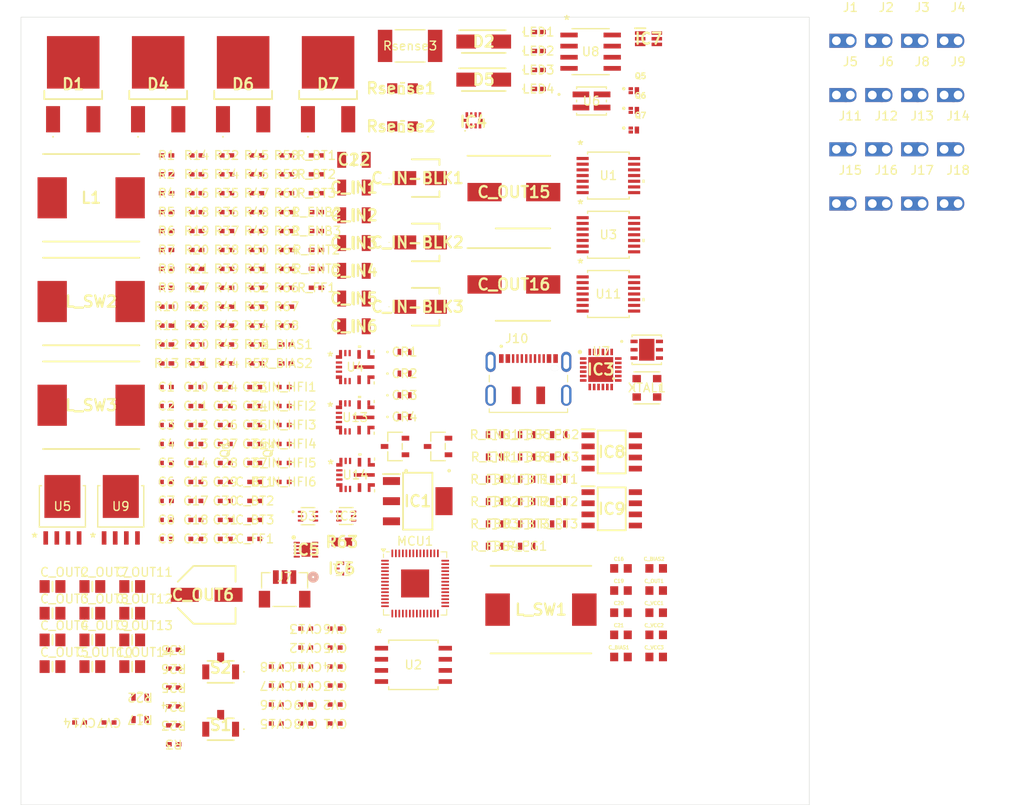
<source format=kicad_pcb>
(kicad_pcb (version 20241229) (generator "pcbnew") (generator_version "9.0")
  (layers (0 "F.Cu" signal) (4 "In1.Cu" signal) (6 "In2.Cu" signal) (8 "In3.Cu" signal) (10 "In4.Cu" signal) (2 "B.Cu" signal) (13 "F.Paste" user) (15 "B.Paste" user) (5 "F.SilkS" user "F.Silkscreen") (7 "B.SilkS" user "B.Silkscreen") (1 "F.Mask" user) (3 "B.Mask" user) (25 "Edge.Cuts" user))
  (net 0 "")
  (net 1 "Net-(U1-T-)")
  (net 2 "Net-(U1-T+)")
  (net 3 "GND")
  (net 4 "+3.3V")
  (net 5 "Net-(U3-T-)")
  (net 6 "Net-(U3-T+)")
  (net 7 "+5V")
  (net 8 "VBAT")
  (net 9 "Net-(U11-T-)")
  (net 10 "Net-(U11-T+)")
  (net 11 "/8.4V_Sense")
  (net 12 "Net-(IC3-VCCD)")
  (net 13 "Net-(D2-A)")
  (net 14 "/VBUS_IN")
  (net 15 "VBUS")
  (net 16 "/12V_Sense")
  (net 17 "/AIN0")
  (net 18 "/AIN1")
  (net 19 "/AIN2")
  (net 20 "/ADC RDY")
  (net 21 "Net-(IC6-EN)")
  (net 22 "/5V_Sense")
  (net 23 "Net-(CR1-Pad1)")
  (net 24 "Net-(CR2-Pad1)")
  (net 25 "+8.4V")
  (net 26 "Net-(CR3-Pad1)")
  (net 27 "+12V")
  (net 28 "Net-(CR4-Pad1)")
  (net 29 "Net-(MCU1-RUN)")
  (net 30 "Net-(MCU1-VREG_VOUT)")
  (net 31 "Net-(U4-BIAS)")
  (net 32 "Net-(U13-BIAS)")
  (net 33 "Net-(U14-CBOOT)")
  (net 34 "Net-(U14-SW)")
  (net 35 "Net-(U4-CBOOT)")
  (net 36 "Net-(U4-SW)")
  (net 37 "Net-(U13-CBOOT)")
  (net 38 "Net-(U13-SW)")
  (net 39 "Net-(U13-FB)")
  (net 40 "Net-(C_FF1-Pad1)")
  (net 41 "Net-(C_OUT1-Pad1)")
  (net 42 "Net-(C_OUT10-Pad1)")
  (net 43 "Net-(D5-A)")
  (net 44 "/DC.DC1 VCC")
  (net 45 "/DC.DC2 VCC")
  (net 46 "/DC.DC3 VCC")
  (net 47 "/I_Sense2+")
  (net 48 "Net-(D2-K)")
  (net 49 "Net-(D3-IO3)")
  (net 50 "USB_DP")
  (net 51 "USB_DM")
  (net 52 "Net-(D3-IO1)")
  (net 53 "/Purge Valve Drive")
  (net 54 "/I_Sense3+")
  (net 55 "/I_Sense1+")
  (net 56 "/Main Solenoid Valve")
  (net 57 "Net-(IC1-IOUT)")
  (net 58 "Net-(IC1-REXT)")
  (net 59 "Net-(IC1-VEN)")
  (net 60 "/Status Green")
  (net 61 "Net-(IC2-E1)")
  (net 62 "/Status Red")
  (net 63 "Net-(IC2-E2)")
  (net 64 "Net-(IC3-VBUS_MAX)")
  (net 67 "Net-(IC3-ISNK_FINE)")
  (net 68 "Net-(IC3-VBUS_MIN)")
  (net 69 "/SDA I2C")
  (net 73 "/USB-C PD ~{INT}")
  (net 74 "/SDL I2C")
  (net 75 "Net-(IC3-VBUS_FET_EN)")
  (net 76 "Net-(IC3-SAFE_PWR_EN)")
  (net 77 "Net-(IC3-FLIP)")
  (net 78 "Net-(IC4-SDA)")
  (net 79 "Net-(IC4-SCL)")
  (net 80 "Net-(IC4-ALERT{slash}RDY)")
  (net 81 "Net-(IC5-OUT1)")
  (net 82 "Net-(IC5-OUT2)")
  (net 83 "Net-(IC5-REF1)")
  (net 84 "/SCL I2C")
  (net 85 "Net-(IC7-OUT)")
  (net 86 "Net-(IC7-REF)")
  (net 87 "Net-(IC9-G1)")
  (net 88 "Net-(IC9-S1)")
  (net 89 "/THERMO1 T+")
  (net 90 "/THERMO1 T-")
  (net 91 "/THERMO2 T+")
  (net 92 "/THERMO2 T-")
  (net 93 "/THERMO3 T+")
  (net 94 "/THERMO3 T-")
  (net 95 "Net-(J7-Pad3)")
  (net 96 "Net-(J7-Pad1)")
  (net 97 "/RS_B")
  (net 98 "/RS_A")
  (net 107 "/Main Servo Valve")
  (net 108 "/PRESS_SENSE")
  (net 109 "Net-(LED1-Pad1)")
  (net 110 "Net-(LED2-Pad1)")
  (net 111 "Net-(LED3-Pad1)")
  (net 112 "/RP2040 Standard/MCU QSPI_SS")
  (net 113 "/Solenoid Valve Enable")
  (net 114 "Net-(MCU1-SWCLK)")
  (net 115 "/RS_TX")
  (net 116 "Net-(MCU1-USB_DM)")
  (net 117 "/RP2040 Standard/Crystal")
  (net 118 "/RS_ENABLE")
  (net 119 "/THERMO1_~{FAULT}")
  (net 120 "/THERMO1_~{DRDY}")
  (net 121 "/RP2040 Standard/MCU QSPI_SD0")
  (net 122 "/THERMO3_~{FAULT}")
  (net 123 "/SPI_MISO")
  (net 124 "/RP2040 Standard/MCU QSPI_SCLK")
  (net 125 "Net-(MCU1-USB_DP)")
  (net 126 "/RS_RX")
  (net 127 "/Purge Valve Enable")
  (net 128 "/RP2040 Standard/MCU QSPI_SD2")
  (net 129 "/SPI_MOSI")
  (net 130 "/THERMO3_~{DRDY}")
  (net 131 "/DC.DC1 PGOOD")
  (net 132 "/DC.DC2 PGOOD")
  (net 133 "/THERMO1_~{CS}")
  (net 134 "/RP2040 Standard/MCU QSPI_SD3")
  (net 135 "/SPI_SCK")
  (net 136 "/THERMO2_~{CS}")
  (net 137 "/THERMO2_~{FAULT}")
  (net 138 "/RP2040 Standard/MCU QSPI_SD1")
  (net 139 "/DC.DC3 PGOOD")
  (net 141 "/THERMO2_~{DRDY}")
  (net 142 "/THERMO3_~{CS}")
  (net 143 "Net-(MCU1-SWD)")
  (net 144 "/Servo Valve PWM")
  (net 145 "Net-(Q5-Pad2)")
  (net 146 "Net-(Q6-Pad2)")
  (net 147 "Net-(Q7-Pad2)")
  (net 148 "/TEMP SENSE +")
  (net 149 "/TEMP SENSE -")
  (net 150 "/RP2040 Standard/~{RST}")
  (net 151 "Net-(XTAL1-TRI-STATE(STBY))")
  (net 152 "/RP2040 Standard/~{USB_BOOT}")
  (net 153 "Net-(U6-A_Green)")
  (net 154 "Net-(U6-A_Red)")
  (net 155 "Net-(U14-RBOOT)")
  (net 156 "Net-(U4-RBOOT)")
  (net 157 "Net-(U13-RBOOT)")
  (net 158 "Net-(U14-EN{slash}SYNC)")
  (net 159 "Net-(U4-EN{slash}SYNC)")
  (net 160 "Net-(U13-EN{slash}SYNC)")
  (net 161 "Net-(R_FBB1-Pad2)")
  (net 162 "Net-(U14-FB)")
  (net 163 "Net-(R_FBB3-Pad2)")
  (net 164 "Net-(U4-FB)")
  (net 165 "Net-(R_FBB5-Pad2)")
  (net 166 "Net-(U14-RT)")
  (net 167 "Net-(U4-RT)")
  (net 168 "Net-(U13-RT)")
  (footprint "Resistor-0402:RES_0402" (layer "F.Cu") (at 130.312191 84.9596)
    (property "Reference" "R_BIAS2")
    (property "Value" "5")
  )
  (footprint "USBC-PD_CYPD3177:QFN50P400X400X60-25N-D" (layer "F.Cu") (at 166.195 85.655)
    (property "Reference" "IC3")
    (property "Value" "CYPD3177-24LQXQT" (hide yes))
  )
  (footprint "Resistor-0402:RES_0402" (layer "F.Cu") (at 130.312191 71.9972)
    (property "Reference" "R64")
    (property "Value" "100")
  )
  (footprint "Resistor-0402:RES_0402" (layer "F.Cu") (at 123.468995 67.6764)
    (property "Reference" "R36")
    (property "Value" "2k")
  )
  (footprint "Pico_Conn1x1:Pico_01pin" (layer "F.Cu") (at 194.6998 66.7)
    (property "Reference" "J15")
    (property "Value" "Conn_01x01_Socket")
  )
  (footprint "Capacitor-0805:Capacitor_0805" (layer "F.Cu") (at 112.7 110.45)
    (property "Reference" "C_OUT11")
    (property "Value" "22u")
  )
  (footprint "Capacitor-0402:Capacitor_0402" (layer "F.Cu") (at 126.6907 100.6684)
    (property "Reference" "C_BT2")
    (property "Value" "100n")
  )
  (footprint "Capacitor-0402:Capacitor_0402" (layer "F.Cu") (at 116.6041 100.6684)
    (property "Reference" "C7")
    (property "Value" "100n")
  )
  (footprint "Capacitor-0402:Capacitor_0402" (layer "F.Cu") (at 135.8715 121.7632 180)
    (property "Reference" "CV3")
    (property "Value" "1uF")
  )
  (footprint "Capacitor-0805:Capacitor_0805" (layer "F.Cu") (at 108.15 119.6)
    (property "Reference" "C_OUT10")
    (property "Value" "47u")
  )
  (footprint "Capacitor-1206:Capacitor_1206" (layer "F.Cu") (at 138.02 77.55)
    (property "Reference" "C_IN5")
    (property "Value" "4.7u" (hide yes))
  )
  (footprint "ADS1115:ADS1115IRUGR" (layer "F.Cu") (at 151.66 57.19)
    (property "Reference" "IC4")
    (property "Value" "ADS1115IRUGR" (hide yes))
  )
  (footprint "Resistor-0603:RES_0603" (layer "F.Cu") (at 154.0752 93.0997)
    (property "Reference" "R_ENB1")
    (property "Value" "100k")
  )
  (footprint "Resistor-0402:RES_0402" (layer "F.Cu") (at 117.439201 121.9886 180)
    (property "Reference" "R25")
    (property "Value" "1k")
  )
  (footprint "Resistor-0402:RES_0402" (layer "F.Cu") (at 116.625799 78.4784)
    (property "Reference" "R10")
    (property "Value" "370")
  )
  (footprint "Resistor-0402:RES_0402" (layer "F.Cu") (at 130.312191 82.7992)
    (property "Reference" "R_BIAS1")
    (property "Value" "5")
  )
  (footprint "Capacitor-0402:Capacitor_0402" (layer "F.Cu") (at 129.1471 123.9316 180)
    (property "Reference" "CV16")
    (property "Value" "1uF")
  )
  (footprint "Capacitor-0402:Capacitor_0402" (layer "F.Cu") (at 123.3285 96.3316)
    (property "Reference" "C28")
    (property "Value" "2.2u")
  )
  (footprint "Diode-Schottky_RSX301L:DIOM5026X220N" (layer "F.Cu") (at 152.835 48.19)
    (property "Reference" "D2")
    (property "Value" "RSX301L" (hide yes))
  )
  (footprint "Capacitor-0402:Capacitor_0402" (layer "F.Cu") (at 106.694599 125.9869 180)
    (property "Reference" "CV14")
    (property "Value" "4.7uF")
  )
  (footprint "Resistor-0402:RES_0402" (layer "F.Cu") (at 130.312191 67.6764)
    (property "Reference" "R61")
    (property "Value" "1k")
  )
  (footprint "Resistor-0402:RES_0402" (layer "F.Cu") (at 116.625799 71.9972)
    (property "Reference" "R7")
    (property "Value" "120")
  )
  (footprint "LED-Red_VLMS1500-GS08:LED_00-GS08_VIS_RED" (layer "F.Cu") (at 159.0765 53.6044)
    (property "Reference" "LED4")
    (property "Value" "VLMS1500-GS08")
  )
  (footprint "Capacitor-0402:Capacitor_0402" (layer "F.Cu") (at 123.3285 105.0052)
    (property "Reference" "C32")
    (property "Value" "1u")
  )
  (footprint "Resistor-0402:RES_0402" (layer "F.Cu") (at 126.890593 71.9972)
    (property "Reference" "R50")
    (property "Value" "50k")
  )
  (footprint "DCDC_LM61460:VQFN-HR14_RJR_TEX" (layer "F.Cu") (at 138.199999 97.7)
    (property "Reference" "U14")
    (property "Value" "LM61460AASQRJRRQ1")
  )
  (footprint "Resistor-0402:RES_0402" (layer "F.Cu") (at 116.625799 84.9596)
    (property "Reference" "R13")
    (property "Value" "10K")
  )
  (footprint "Resistor-0603:RES_0603" (layer "F.Cu") (at 161.396 98.1985)
    (property "Reference" "R_RT1")
    (property "Value" "33k2")
  )
  (footprint "TVS-SP3004:SOT563_LTF" (layer "F.Cu") (at 132.7729 102.4127)
    (property "Reference" "D3")
    (property "Value" "SP3004-04XTG")
  )
  (footprint "SQJA36EP-T1-GE3:PowerPAK_SO-8L_3_VIS" (layer "F.Cu") (at 111.395 101.2932)
    (property "Reference" "U9")
    (property "Value" "SQJA36EP-T1_GE3")
  )
  (footprint "Resistor-0402:RES_0402" (layer "F.Cu") (at 123.468995 74.1576)
    (property "Reference" "R39")
    (property "Value" "2k")
  )
  (footprint "Capacitor-4mm:Capacitor_4mm" (layer "F.Cu") (at 145.63 78.49)
    (property "Reference" "C_IN-BLK3")
    (property "Value" "10u" (hide yes))
  )
  (footprint "LED-Yellow_VLMY1300-GS08:LED_VISHAY_VLMX1300_VIS" (layer "F.Cu") (at 143.8 83.6536)
    (property "Reference" "CR1")
    (property "Value" "VLMY1300-GS08")
  )
  (footprint "Resistor-0603:RES_0603" (layer "F.Cu") (at 157.7356 100.7479)
    (property "Reference" "R_FBT2")
    (property "Value" "100K")
  )
  (footprint "LED-Red_VLMS1500-GS08:LED_00-GS08_VIS_RED" (layer "F.Cu") (at 159.0765 51.436)
    (property "Reference" "LED3")
    (property "Value" "VLMS1500-GS08")
  )
  (footprint "Capacitor-0402:Capacitor_0402" (layer "F.Cu") (at 126.6907 102.8368)
    (property "Reference" "C_BT3")
    (property "Value" "100n")
  )
  (footprint "PNP_BC857CMB_315:TRANS_PMZB550UNEYL" (layer "F.Cu") (at 169.975 58.3)
    (property "Reference" "Q7")
    (property "Value" "BC857CMB_315")
  )
  (footprint "Pico_Conn1x1:Pico_01pin" (layer "F.Cu") (at 202.9002 66.7)
    (property "Reference" "J17")
    (property "Value" "Conn_01x01_Socket")
  )
  (footprint "Capacitor-0402:Capacitor_0402" (layer "F.Cu") (at 119.9663 91.9948)
    (property "Reference" "C12")
    (property "Value" "10n")
  )
  (footprint "INA181A4QDCKRQ1:SOT65P210X110-6N" (layer "F.Cu") (at 171.65 47.865)
    (property "Reference" "IC7")
    (property "Value" "INA181A4QDCKRQ1" (hide yes))
  )
  (footprint "Capacitor-0402:Capacitor_0402" (layer "F.Cu") (at 123.3285 100.6684)
    (property "Reference" "C30")
    (property "Value" "470n")
  )
  (footprint "Resistor-0402:RES_0402" (layer "F.Cu") (at 123.468995 78.4784)
    (property "Reference" "R41")
    (property "Value" "2k")
  )
  (footprint "Capacitor-0402:Capacitor_0402" (layer "F.Cu") (at 116.6041 96.3316)
    (property "Reference" "C5")
    (property "Value" "100n")
  )
  (footprint "Capacitor-0402:Capacitor_0402" (layer "F.Cu") (at 123.3285 89.8264)
    (property "Reference" "C25")
    (property "Value" "2.2u")
  )
  (footprint "Resistor-0402:RES_0402" (layer "F.Cu") (at 126.890593 78.4784)
    (property "Reference" "R53")
    (property "Value" "1k")
  )
  (footprint "Capacitor-0402:Capacitor_0402" (layer "F.Cu") (at 135.8715 119.5948 180)
    (property "Reference" "CV4")
    (property "Value" "100nF")
  )
  (footprint "Capacitor-0402:Capacitor_0402" (layer "F.Cu") (at 123.3285 94.1632)
    (property "Reference" "C27")
    (property "Value" "100n")
  )
  (footprint "Resistor-0402:RES_0402" (layer "F.Cu") (at 133.733789 69.8368)
    (property "Reference" "R_ENB3")
    (property "Value" "45k3")
  )
  (footprint "Capacitor-0402:Capacitor_0402" (layer "F.Cu") (at 126.6907 105.0052)
    (property "Reference" "C_FF1")
    (property "Value" "22p")
  )
  (footprint "Capacitor-0402:Capacitor_0402" (layer "F.Cu") (at 116.6041 89.8264)
    (property "Reference" "C2")
    (property "Value" "10n")
  )
  (footprint "Capacitor-0402:Capacitor_0402" (layer "F.Cu") (at 110.056799 125.9869 180)
    (property "Reference" "CV7")
    (property "Value" "100nF")
  )
  (footprint "NMOS_2N7002:PG-SOT23-3-5_INF_MIN" (layer "F.Cu") (at 142.7062 94.449999 90)
    (property "Reference" "Q1")
    (property "Value" "2N7002H6327XTSA2")
  )
  (footprint "Capacitor-0402:Capacitor_0402" (layer "F.Cu") (at 119.9663 87.658)
    (property "Reference" "C10")
    (property "Value" "2.2u")
  )
  (footprint "Resistor-0603:RES_0603" (layer "F.Cu") (at 154.0752 98.1985)
    (property "Reference" "R_FBB1")
    (property "Value" "8k66")
  )
  (footprint "Resistor-0402:RES_0402" (layer "F.Cu") (at 123.468995 69.8368)
    (property "Reference" "R37")
    (property "Value" "95")
  )
  (footprint "Resistor-0402:RES_0402" (layer "F.Cu") (at 123.468995 82.7992)
    (property "Reference" "R43")
    (property "Value" "2k")
  )
  (footprint "Capacitor-0402:Capacitor_0402" (layer "F.Cu") (at 119.9663 96.3316)
    (property "Reference" "C14")
    (property "Value" "10n")
  )
  (footprint "Capacitor-0402:Capacitor_0402" (layer "F.Cu") (at 132.5093 117.4264 180)
    (property "Reference" "CV12")
    (property "Value" "100nF")
  )
  (footprint "Capacitor-8mm:Capacitor_8mm" (layer "F.Cu") (at 156.28 75.94)
    (property "Reference" "C_OUT16")
    (property "Value" "100u" (hide yes))
  )
  (footprint "Capacitor-0805:Capacitor_0805" (layer "F.Cu") (at 108.15 116.55)
    (property "Reference" "C_OUT9")
    (property "Value" "47u")
  )
  (footprint "Pico_Conn1x1:Pico_01pin" (layer "F.Cu") (at 207.0004 60.5)
    (property "Reference" "J14")
    (property "Value" "Conn_01x01_Socket")
  )
  (footprint "DCDC_LM61460:VQFN-HR14_RJR_TEX" (layer "F.Cu") (at 138.157599 91.129997)
    (property "Reference" "U13")
    (property "Value" "LM61460AASQRJRRQ1")
  )
  (footprint "Resistor-0805:RES_0805" (layer "F.Cu") (at 143.565 57.88)
    (property "Reference" "Rsense2")
    (property "Value" "2.5m" (hide yes))
  )
  (footprint "Resistor-0603:RES_0603" (layer "F.Cu") (at 161.396 93.0997)
    (property "Reference" "R_PG2")
    (property "Value" "100K")
  )
  (footprint "Capacitor-0402:Capacitor_0402" (layer "F.Cu") (at 119.9663 89.8264)
    (property "Reference" "C11")
    (property "Value" "100n")
  )
  (footprint "LDO ST1L05A:DFN_5APU33R_STM" (layer "F.Cu") (at 171.4478 83.4)
    (property "Reference" "U7")
    (property "Value" "ST1L05APU33R")
  )
  (footprint "Capacitor-1206:Capacitor_1206" (layer "F.Cu") (at 138.02 61.7)
    (property "Reference" "C22")
    (property "Value" "4.7u" (hide yes))
  )
  (footprint "Pico_Conn1x1:Pico_01pin" (layer "F.Cu") (at 207.0004 54.3)
    (property "Reference" "J9")
    (property "Value" "Conn_01x01_Socket")
  )
  (footprint "USBC-DX07S016JA1:JAE_DX07S016JA1R1500" (layer "F.Cu") (at 157.94 85.505)
    (property "Reference" "J10")
    (property "Value" "DX07S016JA1R1500")
    (fp_line (start 2.875 -0.315) (end 3.125 -0.315) (stroke (width 0.01)) (layer "Edge.Cuts"))
    (fp_line (start 3.125 0.315) (end 2.875 0.315) (stroke (width 0.01)) (layer "Edge.Cuts"))
    (fp_arc (start 2.56 0) (mid 2.652261 -0.222739) (end 2.875 -0.315) (stroke (width 0.01)) (layer "Edge.Cuts"))
    (fp_arc (start 2.875 0.315) (mid 2.652261 0.222739) (end 2.56 0) (stroke (width 0.01)) (layer "Edge.Cuts"))
    (fp_arc (start 3.125 -0.315) (mid 3.347739 -0.222739) (end 3.44 0) (stroke (width 0.01)) (layer "Edge.Cuts"))
    (fp_arc (start 3.44 0) (mid 3.347739 0.222739) (end 3.125 0.315) (stroke (width 0.01)) (layer "Edge.Cuts"))
  )
  (footprint "Capacitor-0402:Capacitor_0402" (layer "F.Cu") (at 135.8715 117.4264 180)
    (property "Reference" "CV5")
    (property "Value" "100nF")
  )
  (footprint "Capacitor-0402:Capacitor_0402" (layer "F.Cu") (at 135.8715 123.9316 180)
    (property "Reference" "CV2")
    (property "Value" "100nF")
  )
  (footprint "Resistor-0402:RES_0402" (layer "F.Cu") (at 133.733789 61.1952)
    (property "Reference" "R_BT1")
    (property "Value" "50")
  )
  (footprint "Capacitor-0402:Capacitor_0402" (layer "F.Cu") (at 129.1471 126.1 180)
    (property "Reference" "CV15")
    (property "Value" "4.7uF")
  )
  (footprint "Capacitor-0805:Capacitor_0805" (layer "F.Cu") (at 112.7 116.55)
    (property "Reference" "C_OUT13")
    (property "Value" "22u")
  )
  (footprint "Pico_Conn1x1:Pico_01pin" (layer "F.Cu") (at 194.6998 60.5)
    (property "Reference" "J11")
    (property "Value" "Conn_01x01_Socket")
  )
  (footprint "Resistor-0402:RES_0402" (layer "F.Cu") (at 120.047397 78.4784)
    (property "Reference" "R28")
    (property "Value" "2k")
  )
  (footprint "Resistor-0402:RES_0402" (layer "F.Cu") (at 126.890593 82.7992)
    (property "Reference" "R56")
    (property "Value" "500")
  )
  (footprint "Capacitor-0402:Capacitor_0402" (layer "F.Cu") (at 130.0529 87.658)
    (property "Reference" "C_IN_HFI1")
    (property "Value" "100n")
  )
  (footprint "Capacitor-1206:Capacitor_1206" (layer "F.Cu") (at 138.02 64.87)
    (property "Reference" "C_IN1")
    (property "Value" "4.7u" (hide yes))
  )
  (footprint "Capacitor-0402:Capacitor_0402" (layer "F.Cu") (at 132.5093 126.1 180)
    (property "Reference" "CV8")
    (property "Value" "100nF")
  )
  (footprint "PNP_BC857CMB_315:TRANS_PMZB550UNEYL" (layer "F.Cu") (at 169.975 53.8)
    (property "Reference" "Q5")
    (property "Value" "BC857CMB_315")
  )
  (footprint "Resistor-0402:RES_0402" (layer "F.Cu") (at 120.047397 69.8368)
    (property "Reference" "R19")
    (property "Value" "100")
  )
  (footprint "LED-Driver_NCR420ZX:SOT230P700X180-4N" (layer "F.Cu") (at 145.3 100.7)
    (property "Reference" "IC1")
    (property "Value" "NCR420ZX" (hide yes))
  )
  (footprint "Resistor-0402:RES_0402" (layer "F.Cu") (at 130.312191 78.4784)
    (property "Reference" "R67")
    (property "Value" "100")
  )
  (footprint "Capacitor-0805:Capacitor_0805" (layer "F.Cu") (at 112.7 119.6)
    (property "Reference" "C_OUT14")
    (property "Value" "22u")
  )
  (footprint "PTS060301B100RP100:RESC1508X55N" (layer "F.Cu") (at 136.6386 105.3666)
    (property "Reference" "R63")
    (property "Value" "PTS060301B100RP100" (hide yes))
  )
  (footprint "2 PNP:SOT-563_1P3X1P7_ONS" (layer "F.Cu") (at 137.1382 102.4)
    (property "Reference" "IC2")
    (property "Value" "NSVT30010MXV6T1G")
  )
  (footprint "DMP2040USD-13:SOIC127P600X175-8N" (layer "F.Cu") (at 167.45 95.075)
    (property "Reference" "IC8")
    (property "Value" "DMP2040USD-13" (hide yes))
  )
  (footprint "LED-Yellow_VLMY1300-GS08:LED_VISHAY_VLMX1300_VIS" (layer "F.Cu") (at 143.8 86.1268)
    (property "Reference" "CR2")
    (property "Value" "VLMY1300-GS08")
  )
  (footprint "Pico_Conn1x1:Pico_01pin" (layer "F.Cu") (at 198.8 66.7)
    (property "Reference" "J16")
    (property "Value" "Conn_01x01_Socket")
  )
  (footprint "Capacitor-0603:Capacitor_0603" (layer "F.Cu") (at 172.525 113.44)
    (property "Reference" "C_VCC1")
    (property "Value" "1u")
  )
  (footprint "SchottkyDiode-RB095BGE:RD3P175SNFRATL" (layer "F.Cu") (at 105.965 52.815)
    (property "Reference" "D1")
    (property "Value" "RB095BGE" (hide yes))
  )
  (footprint "Pico_Conn1x1:Pico_01pin" (layer "F.Cu") (at 194.6998 48.1)
    (property "Reference" "J1")
    (property "Value" "Conn_01x01_Socket")
  )
  (footprint "Resistor-0402:RES_0402" (layer "F.Cu") (at 120.047397 61.1952)
    (property "Reference" "R14")
    (property "Value" "2k")
  )
  (footprint "Capacitor-0402:Capacitor_0402" (layer "F.Cu") (at 130.0529 98.5)
    (property "Reference" "C_IN_HFI6")
    (property "Value" "100n")
  )
  (footprint "Capacitor-0805:Capacitor_0805" (layer "F.Cu") (at 112.7 113.5)
    (property "Reference" "C_OUT12")
    (property "Value" "22u")
  )
  (footprint "Resistor-0603:RES_0603" (layer "F.Cu") (at 161.396 95.6491)
    (property "Reference" "R_PG3")
    (property "Value" "100K")
  )
  (footprint "Resistor-0402:RES_0402" (layer "F.Cu") (at 123.468995 76.318)
    (property "Reference" "R40")
    (property "Value" "2k")
  )
  (footprint "Capacitor-0402:Capacitor_0402" (layer "F.Cu") (at 129.1471 121.7632 180)
    (property "Reference" "CV17")
    (property "Value" "1uF")
  )
  (footprint "E-Switch_Small:TL1017AABF160QG" (layer "F.Cu") (at 122.8 126.75 180)
    (property "Reference" "S1")
    (property "Value" "TL1017AABF160QG" (hide yes))
  )
  (footprint "DCDC_LM61460:VQFN-HR14_RJR_TEX" (layer "F.Cu") (at 138.157599 85.380599)
    (property "Reference" "U4")
    (property "Value" "LM61460AASQRJRRQ1")
  )
  (footprint "LED-Red_VLMS1500-GS08:LED_00-GS08_VIS_RED" (layer "F.Cu") (at 159.0765 49.2676)
    (property "Reference" "LED2")
    (property "Value" "VLMS1500-GS08")
  )
  (footprint "Resistor-2512:RES_WSLP2512" (layer "F.Cu") (at 144.4282 48.6867)
    (property "Reference" "Rsense3")
    (property "Value" "7.5m")
  )
  (footprint "Capacitor-0603:Capacitor_0603" (layer "F.Cu") (at 172.525 108.38)
    (property "Reference" "C_BIAS2")
    (property "Value" "1u")
  )
  (footprint "Capacitor-0603:Capacitor_0603" (layer "F.Cu") (at 168.505 118.5)
    (property "Reference" "C_BIAS1")
    (property "Value" "1u")
  )
  (footprint "Capacitor-0402:Capacitor_0402" (layer "F.Cu") (at 130.0529 96.3316)
    (property "Reference" "C_IN_HFI5")
    (property "Value" "100n")
  )
  (footprint "Capacitor-4mm:Capacitor_4mm" (layer "F.Cu") (at 145.63 63.79)
    (property "Reference" "C_IN-BLK1")
    (property "Value" "10u" (hide yes))
  )
  (footprint "Thermocouple:21-0066J_14_MXM" (layer "F.Cu") (at 167.0674 63.4979)
    (property "Reference" "U1")
    (property "Value" "MAX31856MUD+T")
  )
  (footprint "AS12MHz:ASE-3.2X2.5_ABR" (layer "F.Cu") (at 171.4684 87.75)
    (property "Reference" "XTAL1")
    (property "Value" "ASE-12.000MHZ-LC-T")
  )
  (footprint "Resistor-0402:RES_0402" (layer "F.Cu") (at 133.733789 71.9972)
    (property "Reference" "R_ENT2")
    (property "Value" "590k")
  )
  (footprint "Resistor-0402:RES_0402" (layer "F.Cu") (at 120.047397 80.6388)
    (property "Reference" "R29")
    (property "Value" "100")
  )
  (footprint "Resistor-0402:RES_0402" (layer "F.Cu") (at 133.733789 67.6764)
    (property "Reference" "R_ENB2")
    (property "Value" "63k4")
  )
  (footprint "INA2181A4IDSQR:SON40P200X200X80-11N" (layer "F.Cu") (at 132.5386 106.2416)
    (property "Reference" "IC5")
    (property "Value" "INA2181A4IDSQR" (hide yes))
  )
  (footprint "Capacitor-8mm:Capacitor_8mm" (layer "F.Cu") (at 156.28 65.39)
    (property "Reference" "C_OUT15")
    (property "Value" "560u" (hide yes))
  )
  (footprint "Capacitor-0402:Capacitor_0402" (layer "F.Cu") (at 116.6041 102.8368)
    (property "Reference" "C8")
    (property "Value" "10n")
  )
  (footprint "Resistor-0402:RES_0402" (layer "F.Cu") (at 126.890593 84.9596)
    (property "Reference" "R57")
    (property "Value" "30k")
  )
  (footprint "Resistor-0402:RES_0402" (layer "F.Cu") (at 120.047397 82.7992)
    (property "Reference" "R30")
    (property "Value" "1k")
  )
  (footprint "Capacitor-0402:Capacitor_0402" (layer "F.Cu") (at 119.9663 98.5)
    (property "Reference" "C15")
    (property "Value" "100n")
  )
  (footprint "Resistor-0402:RES_0402" (layer "F.Cu") (at 126.890593 63.3556)
    (property "Reference" "R46")
    (property "Value" "2k")
  )
  (footprint "Resistor-0402:RES_0402" (layer "F.Cu") (at 116.625799 82.7992)
    (property "Reference" "R12")
    (property "Value" "10K")
  )
  (footprint "Capacitor-0805:Capacitor_0805" (layer "F.Cu") (at 103.6 119.6)
    (property "Reference" "C_OUT5")
    (property "Value" "10u")
  )
  (footprint "Capacitor-0402:Capacitor_0402" (layer "F.Cu") (at 130.0529 94.1632)
    (property "Reference" "C_IN_HFI4")
    (property "Value" "100n")
  )
  (footprint "Resistor-0402:RES_0402" (layer "F.Cu") (at 130.312191 69.8368)
    (property "Reference" "R62")
    (property "Value" "1k")
  )
  (footprint "Capacitor-0402:Capacitor_0402" (layer "F.Cu") (at 132.5093 123.9316 180)
    (property "Reference" "CV9")
    (property "Value" "100nF")
  )
  (footprint "Resistor-0805:RES_0805" (layer "F.Cu") (at 143.565 53.53)
    (property "Reference" "Rsense1")
    (property "Value" "2.5m" (hide yes))
  )
  (footprint "Resistor-0402:RES_0402" (layer "F.Cu") (at 126.890593 76.318)
    (property "Reference" "R52")
    (property "Value" "1k")
  )
  (footprint "Resistor-0402:RES_0402" (layer "F.Cu") (at 130.312191 76.318)
    (property "Reference" "R66")
    (property "Value" "160")
  )
  (footprint "Capacitor-0603:Capacitor_0603" (layer "F.Cu") (at 168.505 113.44)
    (property "Reference" "C20")
    (property "Value" "1u")
  )
  (footprint "Resistor-0402:RES_0402" (layer "F.Cu") (at 126.890593 67.6764)
    (property "Reference" "R48")
    (property "Value" "54k2")
  )
  (footprint "Capacitor-0805:Capacitor_0805" (layer "F.Cu") (at 103.6 113.5)
    (property "Reference" "C_OUT3")
    (property "Value" "10u")
  )
  (footprint "Thermocouple:21-0066J_14_MXM" (layer "F.Cu") (at 167.0674 70.2637)
    (property "Reference" "U3")
    (property "Value" "MAX31856MUD+T")
  )
  (footprint "Resistor-0402:RES_0402" (layer "F.Cu") (at 133.733789 74.1576)
    (property "Reference" "R_ENT3")
    (property "Value" "422k")
  )
  (footprint "NOR Flash:SOIC_208MIL_WIN" (layer "F.Cu") (at 144.8 119.4)
    (property "Reference" "U2")
    (property "Value" "W25Q128JVSIQ TR")
  )
  (footprint "Capacitor-0402:Capacitor_0402" (layer "F.Cu") (at 123.3285 98.5)
    (property "Reference" "C29")
    (property "Value" "470n")
  )
  (footprint "Resistor-0402:RES_0402" (layer "F.Cu") (at 120.047397 76.318)
    (property "Reference" "R27")
    (property "Value" "54k2")
  )
  (footprint "Capacitor-0402:Capacitor_0402" (layer "F.Cu") (at 119.9663 94.1632)
    (property "Reference" "C13")
    (property "Value" "10n")
  )
  (footprint "Resistor-0402:RES_0402" (layer "F.Cu") (at 116.625799 76.318)
    (property "Reference" "R9")
    (property "Value" "20K")
  )
  (footprint "SchottkyDiode-RB095BGE:RD3P175SNFRATL" (layer "F.Cu") (at 115.665 52.815)
    (property "Reference" "D4")
    (property "Value" "RB095BGE-30TL" (hide yes))
  )
  (footprint "Capacitor-1206:Capacitor_1206" (layer "F.Cu") (at 138.02 74.38)
    (property "Reference" "C_IN4")
    (property "Value" "4.7u" (hide yes))
  )
  (footprint "NMOS_2N7002:PG-SOT23-3-5_INF_MIN" (layer "F.Cu") (at 147.6178 94.449999 90)
    (property "Reference" "Q2")
    (property "Value" "2N7002H6327XTSA2")
  )
  (footprint "Capacitor-0402:Capacitor_0402" (layer "F.Cu") (at 126.6907 94.1632)
    (property "Reference" "C36")
    (property "Value" "100n")
  )
  (footprint "Pico_Conn1x1:Pico_01pin" (layer "F.Cu") (at 207.0004 48.1)
    (property "Reference" "J4")
    (property "Value" "Conn_01x01_Socket")
  )
  (footprint "Capacitor-0402:Capacitor_0402" (layer "F.Cu") (at 132.5093 115.258 180)
    (property "Reference" "CV13")
    (property "Value" "100nF")
  )
  (footprint "E-Switch_Small:TL1017AABF160QG" (layer "F.Cu") (at 122.8 120.2 180)
    (property "Reference" "S2")
    (property "Value" "TL1017AABF160QG" (hide yes))
  )
  (footprint "Capacitor-0402:Capacitor_0402" (layer "F.Cu") (at 123.3285 102.8368)
    (property "Reference" "C31")
    (property "Value" "1u")
  )
  (footprint "Resistor-0402:RES_0402" (layer "F.Cu") (at 120.047397 63.3556)
    (property "Reference" "R15")
    (property "Value" "370")
  )
  (footprint "Capacitor-0402:Capacitor_0402" (layer "F.Cu") (at 119.9663 100.6684)
    (property "Reference" "C17")
    (property "Value" "100n")
  )
  (footprint "Resistor-0402:RES_0402" (layer "F.Cu") (at 126.890593 74.1576)
    (property "Reference" "R51")
    (property "Value" "10k")
  )
  (footprint "Resistor-0402:RES_0402" (layer "F.Cu") (at 133.733789 76.318)
    (property "Reference" "R_FF1")
    (property "Value" "1k")
  )
  (footprint "Resistor-0402:RES_0402" (layer "F.Cu") (at 117.439201 126.3094 180)
    (property "Reference" "R23")
    (property "Value" "100")
  )
  (footprint "Package_DFN_QFN:QFN-56-1EP_7x7mm_P0.4mm_EP3.2x3.2mm" (layer "F.Cu") (at 145 110.1)
    (property "Reference" "MCU1")
    (property "Value" "RP2040")
  )
  (footprint "Resistor-0402:RES_0402" (layer "F.Cu") (at 123.468995 71.9972)
    (property "Reference" "R38")
    (property "Value" "2k")
  )
  (footprint "Resistor-0402:RES_0402" (layer "F.Cu") (at 120.047397 71.9972)
    (property "Reference" "R20")
    (property "Value" "100")
  )
  (footprint "Resistor-0402:RES_0402" (layer "F.Cu") (at 123.468995 63.3556)
    (property "Reference" "R34")
    (property "Value" "100")
  )
  (footprint "Resistor-0402:RES_0402" (layer "F.Cu") (at 116.625799 74.1576)
    (property "Reference" "R8")
    (property "Value" "20K")
  )
  (footprint "DMP2040USD-13:SOIC127P600X175-8N" (layer "F.Cu") (at 167.45 101.575)
    (property "Reference" "IC9")
    (property "Value" "DMP2040USD-13" (hide yes))
  )
  (footprint "Resistor-0402:RES_0402" (layer "F.Cu") (at 126.890593 80.6388)
    (property "Reference" "R54")
    (property "Value" "320")
  )
  (footprint "Pico_Conn1x1:Pico_01pin" (layer "F.Cu") (at 202.9002 54.3)
    (property "Reference" "J8")
    (property "Value" "Conn_01x01_Socket")
  )
  (footprint "Capacitor-0402:Capacitor_0402" (layer "F.Cu") (at 116.6041 98.5)
    (property "Reference" "C6")
    (property "Value" "10n")
  )
  (footprint "Resistor-0402:RES_0402" (layer "F.Cu") (at 120.047397 84.9596)
    (property "Reference" "R31")
    (property "Value" "150")
  )
  (footprint "Capacitor-0402:Capacitor_0402" (layer "F.Cu") (at 116.6041 105.0052)
    (property "Reference" "C9")
    (property "Value" "10n")
  )
  (footprint "Pico_Conn1x1:Pico_01pin" (layer "F.Cu") (at 207.0004 66.7)
    (property "Reference" "J18")
    (property "Value" "Conn_01x01_Socket")
  )
  (footprint "Resistor-0402:RES_0402" (layer "F.Cu") (at 126.890593 65.516)
    (property "Reference" "R47")
    (property "Value" "DNP")
  )
  (footprint "Capacitor-0402:Capacitor_0402" (layer "F.Cu") (at 135.8715 126.1 180)
    (property "Reference" "CV1")
    (property "Value" "1uF")
  )
  (footprint "Capacitor-0402:Capacitor_0402" (layer "F.Cu") (at 130.0529 89.8264)
    (property "Reference" "C_IN_HFI2")
    (property "Value" "100n")
  )
  (footprint "Resistor-0402:RES_0402" (layer "F.Cu") (at 120.047397 67.6764)
    (property "Reference" "R18")
    (property "Value" "160")
  )
  (footprint "Resistor-0402:RES_0402" (layer "F.Cu") (at 116.625799 65.516)
    (property "Reference" "R4")
    (property "Value" "100")
  )
  (footprint "Resistor-0402:RES_0402" (layer "F.Cu") (at 130.312191 65.516)
    (property "Reference" "R60")
    (property "Value" "200k")
  )
  (footprint "SQJA36EP-T1-GE3:PowerPAK_SO-8L_3_VIS" (layer "F.Cu") (at 104.7308 101.2932)
    (property "Reference" "U5")
    (property "Value" "SQJA36EP-T1_GE3")
  )
  (footprint "Resistor-0603:RES_0603" (layer "F.Cu") (at 157.7356 103.2973)
    (property "Reference" "R_FBT3")
    (property "Value" "100K")
  )
  (footprint "Capacitor-0402:Capacitor_0402" (layer "F.Cu") (at 116.6041 91.9948)
    (property "Reference" "C3")
    (property "Value" "10n")
  )
  (footprint "Resistor-0402:RES_0402" (layer "F.Cu") (at 117.439201 128.4698 180)
    (property "Reference" "R3")
    (property "Value" "1k")
  )
  (footprint "Capacitor-0603:Capacitor_0603" (layer "F.Cu") (at 168.505 108.38)
    (property "Reference" "C16")
    (property "Value" "1u")
  )
  (footprint "Thermocouple:21-0066J_14_MXM" (layer "F.Cu") (at 167.0674 77.0295)
    (property "Reference" "U11")
    (property "Value" "MAX31856MUD+T")
  )
  (footprint "Capacitor-0603:Capacitor_0603" (layer "F.Cu") (at 172.525 115.97)
    (property "Reference" "C_VCC2")
    (property "Value" "1u")
  )
  (footprint "Resistor-0402:RES_0402" (layer "F.Cu") (at 123.468995 65.516)
    (property "Reference" "R35")
    (property "Value" "2k")
  )
  (footprint "LED-Red_VLMS1500-GS08:LED_00-GS08_VIS_RED" (layer "F.Cu") (at 159.0765 47.0992)
    (property "Reference" "LED1")
    (property "Value" "VLMS1500-GS08")
  )
  (footprint "Inductor-10.1x10:Inductor_10.1x10" (layer "F.Cu") (at 108.015 77.89)
    (property "Reference" "L_SW2")
    (property "Value" "15u" (hide yes))
  )
  (footprint "Pico_Conn1x1:Pico_01pin" (layer "F.Cu") (at 202.9002 60.5)
    (property "Reference" "J13")
    (property "Value" "Conn_01x01_Socket")
  )
  (footprint "Capacitor-0402:Capacitor_0402" (layer "F.Cu") (at 130.0529 91.9948)
    (property "Reference" "C_IN_HFI3")
    (property "Value" "100n")
  )
  (footprint "Inductor-11.5x10:Inductor_11.5x10" (layer "F.Cu") (at 159.37 113.09)
    (property "Reference" "L_SW1")
    (property "Value" "10u" (hide yes))
  )
  (footprint "Capacitor-0402:Capacitor_0402" (layer "F.Cu") (at 129.1471 119.5948 180)
    (property "Reference" "CV18")
    (property "Value" "100nF")
  )
  (footprint "Resistor-0603:RES_0603" (layer "F.Cu") (at 157.7356 95.6491)
    (property "Reference" "R_FBB6")
    (property "Value" "120")
  )
  (footprint "Capacitor-0603:Capacitor_0603" (layer "F.Cu") (at 168.505 115.97)
    (property "Reference" "C21")
    (property "Value" "1u")
  )
  (footprint "Resistor-0603:RES_0603" (layer "F.Cu") (at 154.0752 103.2973)
    (property "Reference" "R_FBB3")
    (property "Value" "12k6")
  )
  (footprint "Resistor-0603:RES_0603" (layer "F.Cu") (at 161.396 103.2973)
    (property "Reference" "R_RT3")
    (property "Value" "33k2")
  )
  (footprint "Resistor-0402:RES_0402" (layer "F.Cu") (at 133.733789 63.3556)
    (property "Reference" "R_BT2")
    (property "Value" "50")
  )
  (footprint "Capacitor-0402:Capacitor_0402" (layer "F.Cu") (at 123.3285 91.9948)
    (property "Reference" "C26")
    (property "Value" "100n")
  )
  (footprint "Capacitor-0402:Capacitor_0402" (layer "F.Cu") (at 135.8715 115.258 180)
    (property "Reference" "CV6")
    (property "Value" "1uF")
  )
  (footprint "Capacitor-0402:Capacitor_0402" (layer "F.Cu") (at 119.9663 105.0052)
    (property "Reference" "C23")
    (property "Value" "1n")
  )
  (footprint "LED-Yellow_VLMY1300-GS08:LED_VISHAY_VLMX1300_VIS" (layer "F.Cu") (at 143.8 88.6)
    (property "Reference" "CR3")
    (property "Value" "VLMY1300-GS08")
  )
  (footprint "Resistor-0603:RES_0603" (layer "F.Cu") (at 157.7356 105.8467)
    (property "Reference" "R_PG1")
    (property "Value" "100K")
  )
  (footprint "PCA9306GM,125:PCA9570GMH" (layer "F.Cu") (at 136.7886 108.3916)
    (property "Reference" "IC6")
    (property "Value" "PCA9306GM,125" (hide yes))
  )
  (footprint "Pico_Conn1x1:Pico_01pin" (layer "F.Cu") (at 198.8 54.3)
    (property "Reference" "J6")
    (property "Value" "Conn_01x01_Socket")
  )
  (footprint "Resistor-0603:RES_0603" (layer "F.Cu") (at 157.7356 93.0997)
    (property "Reference" "R_FBB5")
    (property "Value" "22k1")
  )
  (footprint "Resistor-0603:RES_0603" (layer "F.Cu") (at 157.7356 98.1985)
    (property "Reference" "R_FBT1")
    (property "Value" "100K")
  )
  (footprint "Capacitor-0402:Capacitor_0402" (layer "F.Cu") (at 126.6907 87.658)
    (property "Reference" "C33")
    (property "Value" "1u")
  )
  (footprint "Resistor-0402:RES_0402" (layer "F.Cu") (at 130.312191 74.1576)
    (property "Reference" "R65")
    (property "Value" "1k")
  )
  (footprint "Capacitor-0805:Capacitor_0805" (layer "F.Cu") (at 103.6 116.55)
    (property "Reference" "C_OUT4")
    (property "Value" "10u")
  )
  (footprint "Resistor-0603:RES_0603" (layer "F.Cu") (at 154.0752 105.8467)
    (property "Reference" "R_FBB4")
    (property "Value" "50")
  )
  (footprint "Capacitor-0402:Capacitor_0402" (layer "F.Cu") (at 116.6041 94.1632)
    (property "Reference" "C4")
    (property "Value" "10n")
  )
  (footprint "Resistor-0402:RES_0402" (layer "F.Cu") (at 130.312191 63.3556)
    (property "Reference" "R59")
    (property "Value" "100")
  )
  (footprint "Pico_Conn1x1:Pico_01pin" (layer "F.Cu") (at 194.6998 54.3)
    (property "Reference" "J5")
    (property "Value" "Conn_01x01_Socket")
  )
  (footprint "Resistor-0402:RES_0402" (layer "F.Cu") (at 117.439201 117.6678 180)
    (property "Reference" "R33")
    (property "Value" "10k")
  )
  (footprint "Capacitor-0805:Capacitor_0805" (layer "F.Cu") (at 103.6 110.45)
    (property "Reference" "C_OUT2")
    (property "Value" "10u")
  )
  (footprint "Inductor-10.1x10:Inductor_10.1x10" (layer "F.Cu") (at 108.015 66.04)
    (property "Reference" "L1")
    (property "Value" "2.2u" (hide yes))
  )
  (footprint "Resistor-0402:RES_0402" (layer "F.Cu") (at 116.625799 67.6764)
    (property "Reference" "R5")
    (property "Value" "100")
  )
  (footprint "Capacitor-0603:Capacitor_0603" (layer "F.Cu") (at 172.525 118.5)
    (property "Reference" "C_VCC3")
    (property "Value" "1u")
  )
  (footprint "Resistor-0603:RES_0603" (layer "F.Cu") (at 154.0752 95.6491)
    (property "Reference" "R_ENT1")
    (property "Value" "931k")
  )
  (footprint "Capacitor-0402:Capacitor_0402" (layer "F.Cu") (at 119.9663 102.8368)
    (property "Reference" "C18")
    (property "Value" "100n")
  )
  (footprint "Capacitor-0805:Capacitor_0805" (layer "F.Cu") (at 108.15 113.5)
    (property "Reference" "C_OUT8")
    (property "Value" "22u")
  )
  (footprint "Capacitor-4mm:Capacitor_4mm" (layer "F.Cu") (at 145.63 71.14)
    (property "Reference" "C_IN-BLK2")
    (property "Value" "10u" (hide yes))
  )
  (footprint "Capacitor-0402:Capacitor_0402" (layer "F.Cu") (at 116.6041 87.658)
    (property "Reference" "C1")
    (property "Value" "100n")
  )
  (footprint "Resistor-0402:RES_0402" (layer "F.Cu") (at 133.733789 65.516)
    (property "Reference" "R_BT3")
    (property "Value" "100")
  )
  (footprint "Capacitor-0805:Capacitor_0805" (layer "F.Cu") (at 108.15 110.45)
    (property "Reference" "C_OUT7")
    (property "Value" "22u")
  )
  (footprint "Resistor-0402:RES_0402" (layer "F.Cu") (at 117.439201 124.149 180)
    (property "Reference" "R24")
    (property "Value" "100")
  )
  (footprint "Pico_Conn1x1:Pico_01pin" (layer "F.Cu") (at 202.9002 48.1)
    (property "Reference" "J3")
    (property "Value" "Conn_01x01_Socket")
  )
  (footprint "Pico_Conn1x1:Pico_01pin" (layer "F.Cu") (at 198.8 48.1)
    (property "Reference" "J2")
    (property "Value" "Conn_01x01_Socket")
  )
  (footprint "Resistor-0402:RES_0402" (layer "F.Cu") (at 116.625799 69.8368)
    (property "Reference" "R6")
    (property "Value" "10k")
  )
  (footprint "Resistor-0603:RES_0603" (layer "F.Cu") (at 161.396 100.7479)
    (property "Reference" "R_RT2")
    (property "Value" "33k2")
  )
  (footprint "Resistor-0402:RES_0402" (layer "F.Cu") (at 117.439201 119.8282 180)
    (property "Reference" "R26")
    (property "Value" "1k")
  )
  (footprint "Resistor-0402:RES_0402" (layer "F.Cu") (at 126.890593 61.1952)
    (property "Reference" "R45")
    (property "Value" "2k")
  )
  (footprint "Resistor-0603:RES_0603" (layer "F.Cu") (at 154.0752 100.7479)
    (property "Reference" "R_FBB2")
    (property "Value" "30")
  )
  (footprint "Capacitor-0402:Capacitor_0402" (layer "F.Cu") (at 126.6907 98.5)
    (property "Reference" "C_BT1")
    (property "Value" "100n")
  )
  (footprint "Inductor-10.1x10:Inductor_10.1x10" (layer "F.Cu") (at 108.015 89.74)
    (property "Reference" "L_SW3")
    (property "Value" "15u" (hide yes))
  )
  (footprint "Capacitor-1206:Capacitor_1206" (layer "F.Cu") (at 138.02 68.04)
    (property "Reference" "C_IN2")
    (property "Value" "4.7u" (hide yes))
  )
  (footprint "Capacitor-1206:Capacitor_1206" (layer "F.Cu") (at 138.02 71.21)
    (property "Reference" "C_IN3")
    (property "Value" "4.7u" (hide yes))
  )
  (footprint "Resistor-0402:RES_0402" (layer "F.Cu") (at 130.312191 80.6388)
    (property "Reference" "R68")
    (property "Value" "10k")
  )
  (footprint "Capacitor-6mm:Capacitor_6mm" (layer "F.Cu") (at 121.2 111.4)
    (property "Reference" "C_OUT6")
    (property "Value" "100u" (hide yes))
  )
  (footprint "Capacitor-0402:Capacitor_0402" (layer "F.Cu") (at 132.5093 121.7632 180)
    (property "Reference" "CV10")
    (property "Value" "100nF")
  )
  (footprint "Resistor-0402:RES_0402" (layer "F.Cu") (at 130.312191 61.1952)
    (property "Reference" "R58")
    (property "Value" "30k")
  )
  (footprint "Resistor-0402:RES_0402" (layer "F.Cu") (at 123.468995 61.1952)
    (property "Reference" "R32")
    (property "Value" "100")
  )
  (footprint "RS Transceiver:21-0041-3-M_90-0096-8L_MXM" (layer "F.Cu") (at 165.0408 49.3452)
    (property "Reference" "U8")
    (property "Value" "MAX485CSA+T")
  )
  (footprint "Capacitor-0402:Capacitor_0402" (layer "F.Cu") (at 126.6907 89.8264)
    (property "Reference" "C34")
    (property "Value" "C")
  )
  (footprint "Capacitor-0402:Capacitor_0402" (layer "F.Cu") (at 123.3285 87.658)
    (property "Reference" "C24")
    (property "Value" "2.2u")
  )
  (footprint "Resistor-0603:RES_0603" (layer "F.Cu") (at 113.6 125.6494 180)
    (property "Reference" "R17")
    (property "Value" "27")
  )
  (footprint "Resistor-0402:RES_0402" (layer "F.Cu") (at 120.047397 65.516)
    (property "Reference" "R16")
    (property "Value" "10K")
  )
  (footprint "Pico_Conn1x1:Pico_01pin" (layer "F.Cu") (at 198.8 60.5)
    (property "Reference" "J12")
    (property "Value" "Conn_01x01_Socket")
  )
  (footprint "Resistor-0402:RES_0402" (layer "F.Cu") (at 120.047397 74.1576)
    (property "Reference" "R21")
    (property "Value" "160")
  )
  (footprint "Capacitor-0603:Capacitor_0603" (layer "F.Cu") (at 172.525 110.91)
    (property "Reference" "C_OUT1")
    (property "Value" "1u")
  )
  (footprint "SchottkyDiode-RB095BGE:RD3P175SNFRATL" (layer "F.Cu") (at 125.365 52.815)
    (property "Reference" "D6")
    (property "Value" "RB095BGE" (hide yes))
  )
  (footprint "Resistor-0402:RES_0402" (layer "F.Cu") (at 116.625799 61.1952)
    (property "Reference" "R1")
    (property "Value" "100")
  )
  (footprint "LED-Yellow_VLMY1300-GS08:LED_VISHAY_VLMX1300_VIS" (layer "F.Cu") (at 143.8 91.0732)
    (property "Reference" "CR4")
    (property "Value" "VLMY1300-GS08")
  )
  (footprint "Capacitor-0603:Capacitor_0603" (layer "F.Cu") (at 168.505 110.91)
    (property "Reference" "C19")
    (property "Value" "1u")
  )
  (footprint "VLMKG3400-GS08:SMT_00-GS08_VIS" (layer "F.Cu") (at 165.1426 54.9784)
    (property "Reference" "U6")
    (property "Value" "VLMKG3400-GS08")
  )
  (footprint "Resistor-0603:RES_0603" (layer "F.Cu") (at 113.6 123.1 180)
    (property "Reference" "R22")
    (property "Value" "27")
  )
  (footprint "Resistor-0402:RES_0402" (layer "F.Cu") (at 116.625799 63.3556)
    (property "Reference" "R2")
    (property "Value" "100")
  )
  (footprint "SchottkyDiode-RB095BGE:RD3P175SNFRATL" (layer "F.Cu") (at 135.065 52.815)
    (property "Reference" "D7")
    (property "Value" "RB095BGE-30TL" (hide yes))
  )
  (footprint "SWD_Con:CONN_BM03B-SRSS-TBLFSN_JST" (layer "F.Cu") (at 130.1 110.8)
    (property "Reference" "J7")
    (property "Value" "BM03B-SRSS-TBLFSN")
  )
  (footprint "Resistor-0402:RES_0402" (layer "F.Cu") (at 123.468995 80.6388)
    (property "Reference" "R42")
    (property "Value" "65")
  )
  (footprint "Resistor-0402:RES_0402" (layer "F.Cu") (at 123.468995 84.9596)
    (property "Reference" "R44")
    (property "Value" "2k")
  )
  (footprint "Resistor-0402:RES_0402" (layer "F.Cu") (at 116.625799 80.6388)
    (property "Reference" "R11")
    (property "Value" "370")
  )
  (footprint "Capacitor-0402:Capacitor_0402" (layer "F.Cu") (at 132.5093 119.5948 180)
    (property "Reference" "CV11")
    (property "Value" "100nF")
  )
  (footprint "Resistor-0402:RES_0402" (layer "F.Cu") (at 126.890593 69.8368)
    (property "Reference" "R49")
    (property "Value" "50k")
  )
  (footprint "PNP_BC857CMB_315:TRANS_PMZB550UNEYL" (layer "F.Cu") (at 169.975 56.05)
    (property "Reference" "Q6")
    (property "Value" "BC857CMB_315")
  )
  (footprint "Diode-Schottky_RSX301L:DIOM5026X220N" (layer "F.Cu") (at 152.835 52.54)
    (property "Reference" "D5")
    (property "Value" "RSX301L" (hide yes))
  )
  (footprint "Capacitor-0402:Capacitor_0402" (layer "F.Cu") (at 126.6907 91.9948)
    (property "Reference" "C35")
    (property "Value" "100n")
  )
  (footprint "Capacitor-0402:Capacitor_0402" (layer "F.Cu") (at 126.6907 96.3316)
    (property "Reference" "C37")
    (property "Value" "100n")
  )
  (footprint "Capacitor-1206:Capacitor_1206" (layer "F.Cu") (at 138.02 80.72)
    (property "Reference" "C_IN6")
    (property "Value" "4.7u" (hide yes))
  )
  (gr_rect (start 100 45.4) (end 190 135.4) (stroke (width 0.05)) (fill no) (layer "Edge.Cuts"))
)
</source>
